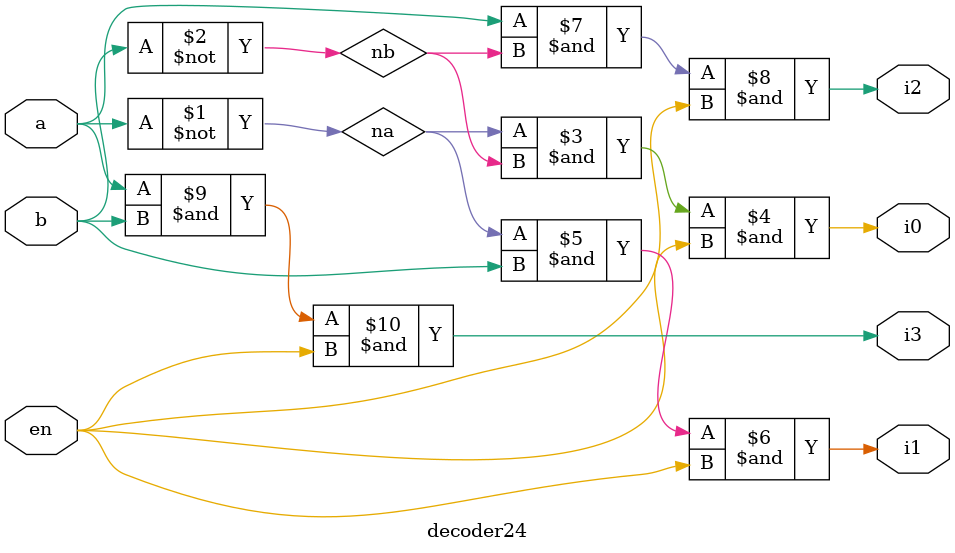
<source format=v>
module decoder24(a,b,en,i0,i1,i2,i3);
input a,b,en;
output i0,i1,i2,i3;

wire na,nb;
assign na= ~a;
assign nb= ~b;


assign i0 = na&nb&en;
assign i1 = na&b&en;
assign i2 = a&nb&en;
assign i3 = a&b&en;

endmodule
</source>
